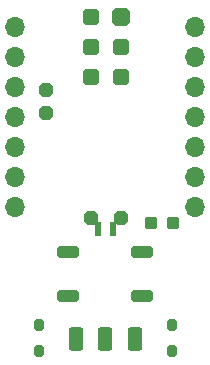
<source format=gbr>
%TF.GenerationSoftware,KiCad,Pcbnew,8.0.3+1*%
%TF.CreationDate,2024-06-27T20:46:53-04:00*%
%TF.ProjectId,XIAO_REV,5849414f-5f52-4455-962e-6b696361645f,rev?*%
%TF.SameCoordinates,Original*%
%TF.FileFunction,Soldermask,Top*%
%TF.FilePolarity,Negative*%
%FSLAX46Y46*%
G04 Gerber Fmt 4.6, Leading zero omitted, Abs format (unit mm)*
G04 Created by KiCad (PCBNEW 8.0.3+1) date 2024-06-27 20:46:53*
%MOMM*%
%LPD*%
G01*
G04 APERTURE LIST*
G04 Aperture macros list*
%AMRoundRect*
0 Rectangle with rounded corners*
0 $1 Rounding radius*
0 $2 $3 $4 $5 $6 $7 $8 $9 X,Y pos of 4 corners*
0 Add a 4 corners polygon primitive as box body*
4,1,4,$2,$3,$4,$5,$6,$7,$8,$9,$2,$3,0*
0 Add four circle primitives for the rounded corners*
1,1,$1+$1,$2,$3*
1,1,$1+$1,$4,$5*
1,1,$1+$1,$6,$7*
1,1,$1+$1,$8,$9*
0 Add four rect primitives between the rounded corners*
20,1,$1+$1,$2,$3,$4,$5,0*
20,1,$1+$1,$4,$5,$6,$7,0*
20,1,$1+$1,$6,$7,$8,$9,0*
20,1,$1+$1,$8,$9,$2,$3,0*%
%AMOutline5P*
0 Free polygon, 5 corners , with rotation*
0 The origin of the aperture is its center*
0 number of corners: always 5*
0 $1 to $10 corner X, Y*
0 $11 Rotation angle, in degrees counterclockwise*
0 create outline with 5 corners*
4,1,5,$1,$2,$3,$4,$5,$6,$7,$8,$9,$10,$1,$2,$11*%
%AMOutline6P*
0 Free polygon, 6 corners , with rotation*
0 The origin of the aperture is its center*
0 number of corners: always 6*
0 $1 to $12 corner X, Y*
0 $13 Rotation angle, in degrees counterclockwise*
0 create outline with 6 corners*
4,1,6,$1,$2,$3,$4,$5,$6,$7,$8,$9,$10,$11,$12,$1,$2,$13*%
%AMOutline7P*
0 Free polygon, 7 corners , with rotation*
0 The origin of the aperture is its center*
0 number of corners: always 7*
0 $1 to $14 corner X, Y*
0 $15 Rotation angle, in degrees counterclockwise*
0 create outline with 7 corners*
4,1,7,$1,$2,$3,$4,$5,$6,$7,$8,$9,$10,$11,$12,$13,$14,$1,$2,$15*%
%AMOutline8P*
0 Free polygon, 8 corners , with rotation*
0 The origin of the aperture is its center*
0 number of corners: always 8*
0 $1 to $16 corner X, Y*
0 $17 Rotation angle, in degrees counterclockwise*
0 create outline with 8 corners*
4,1,8,$1,$2,$3,$4,$5,$6,$7,$8,$9,$10,$11,$12,$13,$14,$15,$16,$1,$2,$17*%
G04 Aperture macros list end*
%ADD10O,1.700000X1.700000*%
%ADD11Outline8P,-0.700000X0.420000X-0.420000X0.700000X0.420000X0.700000X0.700000X0.420000X0.700000X-0.420000X0.420000X-0.700000X-0.420000X-0.700000X-0.700000X-0.420000X90.000000*%
%ADD12Outline6P,-0.600000X0.165000X-0.490000X0.275000X0.490000X0.275000X0.600000X0.165000X0.600000X-0.275000X-0.600000X-0.275000X90.000000*%
%ADD13Outline6P,-0.600000X0.275000X0.600000X0.275000X0.600000X-0.165000X0.490000X-0.275000X-0.490000X-0.275000X-0.600000X-0.165000X90.000000*%
%ADD14Outline8P,-0.575000X0.345000X-0.345000X0.575000X0.345000X0.575000X0.575000X0.345000X0.575000X-0.345000X0.345000X-0.575000X-0.345000X-0.575000X-0.575000X-0.345000X180.000000*%
%ADD15Outline8P,-0.900000X0.300000X-0.700000X0.500000X0.700000X0.500000X0.900000X0.300000X0.900000X-0.300000X0.700000X-0.500000X-0.700000X-0.500000X-0.900000X-0.300000X0.000000*%
%ADD16RoundRect,0.250000X-0.375000X-0.750000X0.375000X-0.750000X0.375000X0.750000X-0.375000X0.750000X0*%
%ADD17Outline8P,-0.500000X0.255000X-0.330000X0.425000X0.330000X0.425000X0.500000X0.255000X0.500000X-0.255000X0.330000X-0.425000X-0.330000X-0.425000X-0.500000X-0.255000X90.000000*%
%ADD18Outline8P,-0.750000X0.450000X-0.450000X0.750000X0.450000X0.750000X0.750000X0.450000X0.750000X-0.450000X0.450000X-0.750000X-0.450000X-0.750000X-0.750000X-0.450000X90.000000*%
%ADD19Outline8P,-0.550000X0.300000X-0.350000X0.500000X0.350000X0.500000X0.550000X0.300000X0.550000X-0.300000X0.350000X-0.500000X-0.350000X-0.500000X-0.550000X-0.300000X90.000000*%
G04 APERTURE END LIST*
D10*
%TO.C,*%
X167640000Y-78375000D03*
%TD*%
%TO.C,*%
X167640000Y-80915000D03*
%TD*%
D11*
%TO.C,*%
X161340000Y-77530000D03*
%TD*%
%TO.C,*%
X158800000Y-77530000D03*
%TD*%
D12*
%TO.C,*%
X160720000Y-90380000D03*
%TD*%
D13*
%TO.C,*%
X159420000Y-90380000D03*
%TD*%
D14*
%TO.C,*%
X161340000Y-89440000D03*
%TD*%
%TO.C,*%
X158800000Y-89440000D03*
%TD*%
D15*
%TO.C,*%
X156920000Y-92370000D03*
%TD*%
%TO.C,*%
X156920000Y-96070000D03*
%TD*%
%TO.C,*%
X163120000Y-96070000D03*
%TD*%
%TO.C,*%
X163120000Y-92370000D03*
%TD*%
D16*
%TO.C,*%
X160020000Y-99750000D03*
%TD*%
%TO.C,*%
X157520000Y-99750000D03*
%TD*%
%TO.C,*%
X162520000Y-99750000D03*
%TD*%
D17*
%TO.C,*%
X165680000Y-98550000D03*
%TD*%
%TO.C,*%
X154400000Y-98530000D03*
%TD*%
D14*
%TO.C,*%
X155010000Y-80550000D03*
%TD*%
%TO.C,*%
X155010000Y-78650000D03*
%TD*%
D17*
%TO.C,*%
X165670000Y-100760000D03*
%TD*%
%TO.C,*%
X154390000Y-100740000D03*
%TD*%
D10*
%TO.C,*%
X167640000Y-88530000D03*
%TD*%
%TO.C,*%
X152400000Y-80910000D03*
%TD*%
D11*
%TO.C,*%
X158800000Y-74990000D03*
%TD*%
%TO.C,*%
X161340000Y-74990000D03*
%TD*%
D10*
%TO.C,*%
X152400000Y-88530000D03*
%TD*%
D18*
%TO.C,*%
X161340000Y-72450000D03*
%TD*%
D10*
%TO.C,*%
X167640000Y-83450000D03*
%TD*%
D11*
%TO.C,*%
X158800000Y-72450000D03*
%TD*%
D10*
%TO.C,*%
X152400000Y-73290000D03*
%TD*%
%TO.C,*%
X167640000Y-75830000D03*
%TD*%
%TO.C,*%
X167640000Y-80910000D03*
%TD*%
%TO.C,*%
X152400000Y-83450000D03*
%TD*%
%TO.C,*%
X167640000Y-73290000D03*
%TD*%
%TO.C,*%
X167640000Y-78370000D03*
%TD*%
%TO.C,*%
X167640000Y-85990000D03*
%TD*%
%TO.C,*%
X152400000Y-85990000D03*
%TD*%
%TO.C,*%
X152400000Y-78370000D03*
%TD*%
%TO.C,*%
X152400000Y-75830000D03*
%TD*%
D19*
%TO.C,*%
X165770000Y-89900000D03*
%TD*%
%TO.C,*%
X163870000Y-89900000D03*
%TD*%
M02*

</source>
